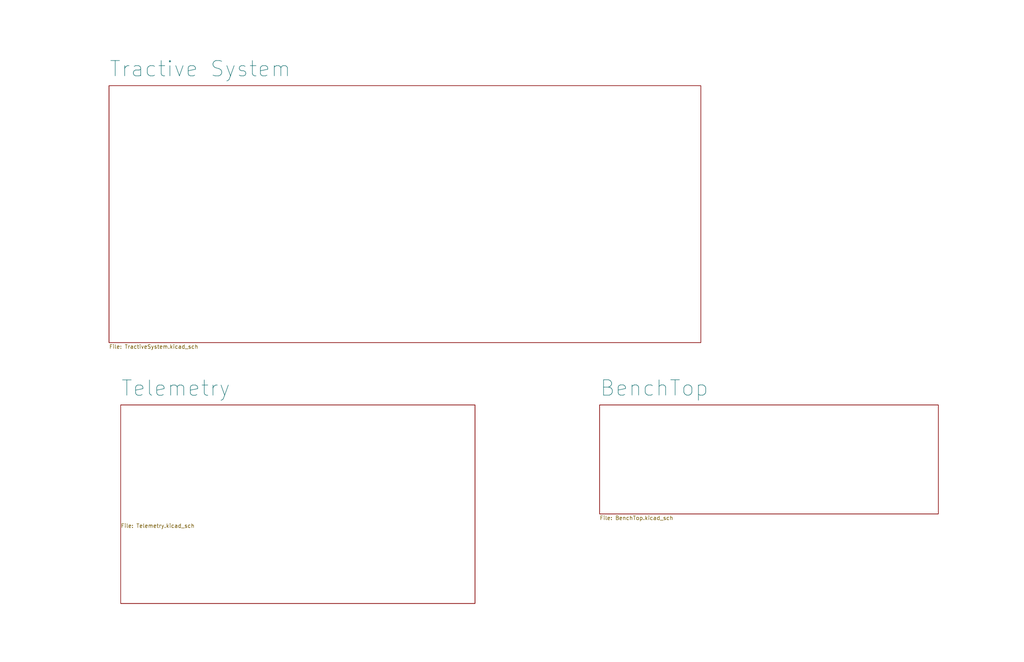
<source format=kicad_sch>
(kicad_sch (version 20230121) (generator eeschema)
  (paper "User" 334.01 216.002)
  (title_block (date "2023-05-03"))
  (lib_symbols)
  (sheet (at 39.37 132.08) (size 115.57 64.77) (stroke (width 0.1524))
    (property "Sheetname" "Telemetry" (at 39.37 129.54 0) (effects (font (size 5 5)) (justify left bottom)))
    (property "Sheetfile" "Telemetry.kicad_sch" (at 39.37 170.7646 0) (effects (justify left top)))
  )
  (sheet (at 195.58 132.08) (size 110.49 35.56) (stroke (width 0.1524))
    (property "Sheetname" "BenchTop" (at 195.58 129.5034 0) (effects (font (size 5 5)) (justify left bottom)))
    (property "Sheetfile" "BenchTop.kicad_sch" (at 195.58 168.2246 0) (effects (justify left top)))
  )
  (sheet (at 35.56 27.94) (size 193.04 83.82) (stroke (width 0.1524))
    (property "Sheetname" "Tractive System" (at 35.56 25.3634 0) (effects (font (size 5 5)) (justify left bottom)))
    (property "Sheetfile" "TractiveSystem.kicad_sch" (at 35.56 112.3446 0) (effects (justify left top)))
  )
)
</source>
